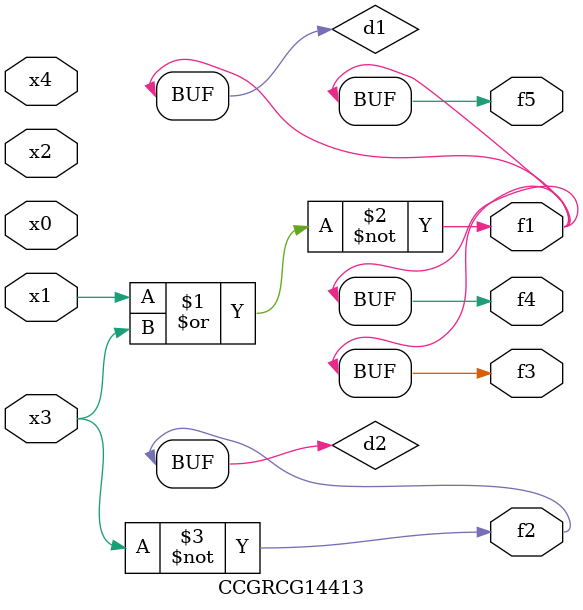
<source format=v>
module CCGRCG14413(
	input x0, x1, x2, x3, x4,
	output f1, f2, f3, f4, f5
);

	wire d1, d2;

	nor (d1, x1, x3);
	not (d2, x3);
	assign f1 = d1;
	assign f2 = d2;
	assign f3 = d1;
	assign f4 = d1;
	assign f5 = d1;
endmodule

</source>
